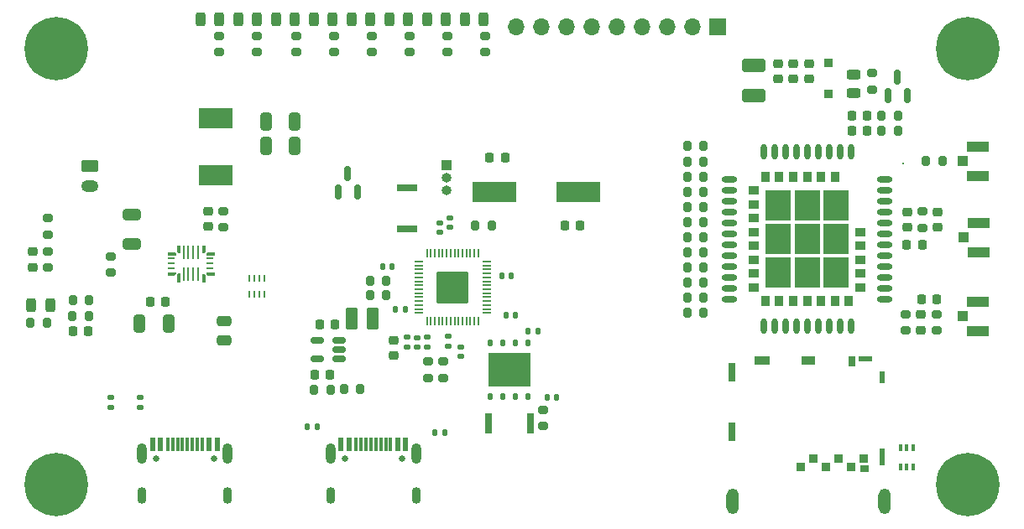
<source format=gbr>
%TF.GenerationSoftware,KiCad,Pcbnew,(6.0.2-0)*%
%TF.CreationDate,2022-03-30T00:09:39+02:00*%
%TF.ProjectId,RP2040GPSTracker,52503230-3430-4475-9053-547261636b65,rev?*%
%TF.SameCoordinates,PX4416780PY363af58*%
%TF.FileFunction,Soldermask,Top*%
%TF.FilePolarity,Negative*%
%FSLAX46Y46*%
G04 Gerber Fmt 4.6, Leading zero omitted, Abs format (unit mm)*
G04 Created by KiCad (PCBNEW (6.0.2-0)) date 2022-03-30 00:09:39*
%MOMM*%
%LPD*%
G01*
G04 APERTURE LIST*
G04 Aperture macros list*
%AMRoundRect*
0 Rectangle with rounded corners*
0 $1 Rounding radius*
0 $2 $3 $4 $5 $6 $7 $8 $9 X,Y pos of 4 corners*
0 Add a 4 corners polygon primitive as box body*
4,1,4,$2,$3,$4,$5,$6,$7,$8,$9,$2,$3,0*
0 Add four circle primitives for the rounded corners*
1,1,$1+$1,$2,$3*
1,1,$1+$1,$4,$5*
1,1,$1+$1,$6,$7*
1,1,$1+$1,$8,$9*
0 Add four rect primitives between the rounded corners*
20,1,$1+$1,$2,$3,$4,$5,0*
20,1,$1+$1,$4,$5,$6,$7,0*
20,1,$1+$1,$6,$7,$8,$9,0*
20,1,$1+$1,$8,$9,$2,$3,0*%
G04 Aperture macros list end*
%ADD10C,0.100000*%
%ADD11R,4.500000X2.000000*%
%ADD12C,0.650000*%
%ADD13R,0.600000X1.450000*%
%ADD14R,0.300000X1.450000*%
%ADD15O,0.900000X1.700000*%
%ADD16O,1.000000X2.100000*%
%ADD17RoundRect,0.250000X-0.325000X-0.650000X0.325000X-0.650000X0.325000X0.650000X-0.325000X0.650000X0*%
%ADD18RoundRect,0.150000X0.150000X-0.587500X0.150000X0.587500X-0.150000X0.587500X-0.150000X-0.587500X0*%
%ADD19RoundRect,0.200000X0.275000X-0.200000X0.275000X0.200000X-0.275000X0.200000X-0.275000X-0.200000X0*%
%ADD20RoundRect,0.225000X-0.225000X-0.250000X0.225000X-0.250000X0.225000X0.250000X-0.225000X0.250000X0*%
%ADD21RoundRect,0.200000X-0.200000X-0.275000X0.200000X-0.275000X0.200000X0.275000X-0.200000X0.275000X0*%
%ADD22RoundRect,0.225000X0.225000X0.250000X-0.225000X0.250000X-0.225000X-0.250000X0.225000X-0.250000X0*%
%ADD23R,0.127000X0.127000*%
%ADD24R,0.250000X1.400000*%
%ADD25R,0.700000X0.250000*%
%ADD26C,6.400000*%
%ADD27O,1.600000X0.600000*%
%ADD28O,0.600000X1.600000*%
%ADD29R,1.100000X0.900000*%
%ADD30R,0.900000X1.100000*%
%ADD31R,2.600000X3.100000*%
%ADD32RoundRect,0.250000X-0.650000X0.325000X-0.650000X-0.325000X0.650000X-0.325000X0.650000X0.325000X0*%
%ADD33RoundRect,0.135000X0.135000X0.185000X-0.135000X0.185000X-0.135000X-0.185000X0.135000X-0.185000X0*%
%ADD34RoundRect,0.200000X-0.275000X0.200000X-0.275000X-0.200000X0.275000X-0.200000X0.275000X0.200000X0*%
%ADD35RoundRect,0.250000X-0.375000X-0.850000X0.375000X-0.850000X0.375000X0.850000X-0.375000X0.850000X0*%
%ADD36RoundRect,0.200000X0.200000X0.275000X-0.200000X0.275000X-0.200000X-0.275000X0.200000X-0.275000X0*%
%ADD37R,1.041400X0.990600*%
%ADD38R,2.209800X1.041400*%
%ADD39RoundRect,0.225000X-0.250000X0.225000X-0.250000X-0.225000X0.250000X-0.225000X0.250000X0.225000X0*%
%ADD40RoundRect,0.243750X-0.243750X-0.456250X0.243750X-0.456250X0.243750X0.456250X-0.243750X0.456250X0*%
%ADD41RoundRect,0.250000X-0.625000X0.350000X-0.625000X-0.350000X0.625000X-0.350000X0.625000X0.350000X0*%
%ADD42O,1.750000X1.200000*%
%ADD43RoundRect,0.140000X-0.170000X0.140000X-0.170000X-0.140000X0.170000X-0.140000X0.170000X0.140000X0*%
%ADD44RoundRect,0.135000X-0.135000X-0.185000X0.135000X-0.185000X0.135000X0.185000X-0.135000X0.185000X0*%
%ADD45RoundRect,0.243750X0.243750X0.456250X-0.243750X0.456250X-0.243750X-0.456250X0.243750X-0.456250X0*%
%ADD46R,0.400000X0.650000*%
%ADD47RoundRect,0.050000X0.387500X0.050000X-0.387500X0.050000X-0.387500X-0.050000X0.387500X-0.050000X0*%
%ADD48RoundRect,0.050000X0.050000X0.387500X-0.050000X0.387500X-0.050000X-0.387500X0.050000X-0.387500X0*%
%ADD49RoundRect,0.144000X1.456000X1.456000X-1.456000X1.456000X-1.456000X-1.456000X1.456000X-1.456000X0*%
%ADD50R,3.400000X2.000000*%
%ADD51RoundRect,0.140000X0.170000X-0.140000X0.170000X0.140000X-0.170000X0.140000X-0.170000X-0.140000X0*%
%ADD52RoundRect,0.140000X-0.140000X-0.170000X0.140000X-0.170000X0.140000X0.170000X-0.140000X0.170000X0*%
%ADD53RoundRect,0.225000X0.250000X-0.225000X0.250000X0.225000X-0.250000X0.225000X-0.250000X-0.225000X0*%
%ADD54R,0.228600X0.711200*%
%ADD55R,1.000000X1.000000*%
%ADD56O,1.000000X1.000000*%
%ADD57RoundRect,0.218750X0.218750X0.256250X-0.218750X0.256250X-0.218750X-0.256250X0.218750X-0.256250X0*%
%ADD58R,0.203200X0.203200*%
%ADD59R,0.101600X0.635000*%
%ADD60RoundRect,0.140000X0.140000X0.170000X-0.140000X0.170000X-0.140000X-0.170000X0.140000X-0.170000X0*%
%ADD61R,0.838200X0.939800*%
%ADD62R,0.939800X0.787400*%
%ADD63O,1.270000X2.565400*%
%ADD64R,0.558800X1.651000*%
%ADD65R,0.558800X1.219200*%
%ADD66R,1.371600X0.609600*%
%ADD67R,0.736600X1.016000*%
%ADD68R,1.346200X0.965200*%
%ADD69R,1.574800X0.965200*%
%ADD70R,0.635000X1.955800*%
%ADD71RoundRect,0.243750X-0.456250X0.243750X-0.456250X-0.243750X0.456250X-0.243750X0.456250X0.243750X0*%
%ADD72RoundRect,0.250000X0.925000X-0.412500X0.925000X0.412500X-0.925000X0.412500X-0.925000X-0.412500X0*%
%ADD73R,0.950000X0.900000*%
%ADD74RoundRect,0.150000X0.512500X0.150000X-0.512500X0.150000X-0.512500X-0.150000X0.512500X-0.150000X0*%
%ADD75RoundRect,0.135000X-0.185000X0.135000X-0.185000X-0.135000X0.185000X-0.135000X0.185000X0.135000X0*%
%ADD76R,1.700000X1.700000*%
%ADD77O,1.700000X1.700000*%
%ADD78R,2.000000X0.800000*%
%ADD79RoundRect,0.250000X-0.475000X0.250000X-0.475000X-0.250000X0.475000X-0.250000X0.475000X0.250000X0*%
%ADD80R,0.800000X2.000000*%
%ADD81RoundRect,0.125000X-0.125000X0.250000X-0.125000X-0.250000X0.125000X-0.250000X0.125000X0.250000X0*%
%ADD82R,4.300000X3.400000*%
G04 APERTURE END LIST*
D10*
%TO.C,U6*%
X19497571Y26081644D02*
X19497571Y26331644D01*
X19497571Y26331644D02*
X18797571Y26331644D01*
X18797571Y26331644D02*
X18797571Y26181644D01*
X18797571Y26181644D02*
X18897571Y26081644D01*
X18897571Y26081644D02*
X19497571Y26081644D01*
G36*
X19497571Y26081644D02*
G01*
X18897571Y26081644D01*
X18797571Y26181644D01*
X18797571Y26331644D01*
X19497571Y26331644D01*
X19497571Y26081644D01*
G37*
X19497571Y26081644D02*
X18897571Y26081644D01*
X18797571Y26181644D01*
X18797571Y26331644D01*
X19497571Y26331644D01*
X19497571Y26081644D01*
X14897569Y26081644D02*
X14897569Y26331644D01*
X14897569Y26331644D02*
X15597569Y26331644D01*
X15597569Y26331644D02*
X15597569Y26181644D01*
X15597569Y26181644D02*
X15497569Y26081644D01*
X15497569Y26081644D02*
X14897569Y26081644D01*
G36*
X15597569Y26181644D02*
G01*
X15497569Y26081644D01*
X14897569Y26081644D01*
X14897569Y26331644D01*
X15597569Y26331644D01*
X15597569Y26181644D01*
G37*
X15597569Y26181644D02*
X15497569Y26081644D01*
X14897569Y26081644D01*
X14897569Y26331644D01*
X15597569Y26331644D01*
X15597569Y26181644D01*
X18572885Y25406896D02*
X18322885Y25406896D01*
X18322885Y25406896D02*
X18322885Y26106896D01*
X18322885Y26106896D02*
X18472885Y26106896D01*
X18472885Y26106896D02*
X18572885Y26006896D01*
X18572885Y26006896D02*
X18572885Y25406896D01*
G36*
X18572885Y26006896D02*
G01*
X18572885Y25406896D01*
X18322885Y25406896D01*
X18322885Y26106896D01*
X18472885Y26106896D01*
X18572885Y26006896D01*
G37*
X18572885Y26006896D02*
X18572885Y25406896D01*
X18322885Y25406896D01*
X18322885Y26106896D01*
X18472885Y26106896D01*
X18572885Y26006896D01*
X15822255Y25406896D02*
X16072255Y25406896D01*
X16072255Y25406896D02*
X16072255Y26206896D01*
X16072255Y26206896D02*
X15922255Y26206896D01*
X15922255Y26206896D02*
X15822255Y26006896D01*
X15822255Y26006896D02*
X15822255Y25406896D01*
G36*
X16072255Y25406896D02*
G01*
X15822255Y25406896D01*
X15822255Y26006896D01*
X15922255Y26206896D01*
X16072255Y26206896D01*
X16072255Y25406896D01*
G37*
X16072255Y25406896D02*
X15822255Y25406896D01*
X15822255Y26006896D01*
X15922255Y26206896D01*
X16072255Y26206896D01*
X16072255Y25406896D01*
X19497571Y28332148D02*
X19497571Y28082148D01*
X19497571Y28082148D02*
X18797571Y28082148D01*
X18797571Y28082148D02*
X18797571Y28232148D01*
X18797571Y28232148D02*
X18897571Y28332148D01*
X18897571Y28332148D02*
X19497571Y28332148D01*
G36*
X19497571Y28082148D02*
G01*
X18797571Y28082148D01*
X18797571Y28232148D01*
X18897571Y28332148D01*
X19497571Y28332148D01*
X19497571Y28082148D01*
G37*
X19497571Y28082148D02*
X18797571Y28082148D01*
X18797571Y28232148D01*
X18897571Y28332148D01*
X19497571Y28332148D01*
X19497571Y28082148D01*
X18572885Y29006896D02*
X18322885Y29006896D01*
X18322885Y29006896D02*
X18322885Y28306896D01*
X18322885Y28306896D02*
X18472885Y28306896D01*
X18472885Y28306896D02*
X18572885Y28406896D01*
X18572885Y28406896D02*
X18572885Y29006896D01*
G36*
X18572885Y28406896D02*
G01*
X18472885Y28306896D01*
X18322885Y28306896D01*
X18322885Y29006896D01*
X18572885Y29006896D01*
X18572885Y28406896D01*
G37*
X18572885Y28406896D02*
X18472885Y28306896D01*
X18322885Y28306896D01*
X18322885Y29006896D01*
X18572885Y29006896D01*
X18572885Y28406896D01*
X15822255Y29006896D02*
X16072255Y29006896D01*
X16072255Y29006896D02*
X16072255Y28306896D01*
X16072255Y28306896D02*
X15922255Y28306896D01*
X15922255Y28306896D02*
X15822255Y28406896D01*
X15822255Y28406896D02*
X15822255Y29006896D01*
G36*
X16072255Y28306896D02*
G01*
X15922255Y28306896D01*
X15822255Y28406896D01*
X15822255Y29006896D01*
X16072255Y29006896D01*
X16072255Y28306896D01*
G37*
X16072255Y28306896D02*
X15922255Y28306896D01*
X15822255Y28406896D01*
X15822255Y29006896D01*
X16072255Y29006896D01*
X16072255Y28306896D01*
X14897569Y28332148D02*
X14897569Y28082148D01*
X14897569Y28082148D02*
X15597569Y28082148D01*
X15597569Y28082148D02*
X15597569Y28232148D01*
X15597569Y28232148D02*
X15497569Y28332148D01*
X15497569Y28332148D02*
X14897569Y28332148D01*
G36*
X15597569Y28232148D02*
G01*
X15597569Y28082148D01*
X14897569Y28082148D01*
X14897569Y28332148D01*
X15497569Y28332148D01*
X15597569Y28232148D01*
G37*
X15597569Y28232148D02*
X15597569Y28082148D01*
X14897569Y28082148D01*
X14897569Y28332148D01*
X15497569Y28332148D01*
X15597569Y28232148D01*
%TD*%
D11*
%TO.C,Y1*%
X56290000Y34455000D03*
X47790000Y34455000D03*
%TD*%
D12*
%TO.C,J7*%
X32714800Y7464600D03*
X38494800Y7464600D03*
D13*
X32354800Y8909600D03*
X33154800Y8909600D03*
D14*
X34354800Y8909600D03*
X35354800Y8909600D03*
X35854800Y8909600D03*
X36854800Y8909600D03*
D13*
X38054800Y8909600D03*
X38854800Y8909600D03*
X38854800Y8909600D03*
X38054800Y8909600D03*
D14*
X37354800Y8909600D03*
X36354800Y8909600D03*
X34854800Y8909600D03*
X33854800Y8909600D03*
D13*
X33154800Y8909600D03*
X32354800Y8909600D03*
D15*
X31279800Y3814600D03*
D16*
X39929800Y7994600D03*
X31279800Y7994600D03*
D15*
X39929800Y3814600D03*
%TD*%
D17*
%TO.C,C46*%
X24751100Y39084600D03*
X27701100Y39084600D03*
%TD*%
D18*
%TO.C,Q1*%
X32085000Y34427500D03*
X33985000Y34427500D03*
X33035000Y36302500D03*
%TD*%
D19*
%TO.C,R38*%
X2740000Y30137500D03*
X2740000Y31787500D03*
%TD*%
D20*
%TO.C,C24*%
X90915000Y23590000D03*
X92465000Y23590000D03*
%TD*%
D21*
%TO.C,R32*%
X91365000Y37530000D03*
X93015000Y37530000D03*
%TD*%
D22*
%TO.C,C35*%
X31755000Y21070000D03*
X30205000Y21070000D03*
%TD*%
D23*
%TO.C,U6*%
X15947255Y25806896D03*
D24*
X16447381Y26106896D03*
X16947507Y26106896D03*
X17447633Y26106896D03*
X17947759Y26106896D03*
D23*
X18447885Y25756896D03*
X19147571Y26206644D03*
D25*
X19147571Y26706770D03*
X19147571Y27206896D03*
X19147571Y27707022D03*
D23*
X19147571Y28207148D03*
X18447885Y28656896D03*
D24*
X17947759Y28306896D03*
X17447633Y28306896D03*
X16947507Y28306896D03*
X16447381Y28306896D03*
D23*
X15947255Y28656896D03*
X15247569Y28207148D03*
D25*
X15247569Y27707022D03*
X15247569Y27206896D03*
X15247569Y26706770D03*
D23*
X15247569Y26206644D03*
%TD*%
D26*
%TO.C,H4*%
X3604800Y4864600D03*
%TD*%
D27*
%TO.C,U2*%
X71504000Y35731200D03*
X71504000Y34631200D03*
X71504000Y33531200D03*
X71504000Y32431200D03*
X71504000Y31331200D03*
X71504000Y30231200D03*
X71504000Y29131200D03*
X71504000Y28031200D03*
X71504000Y26931200D03*
X71504000Y25831200D03*
X71504000Y24731200D03*
X71504000Y23631200D03*
D28*
X74954000Y20881200D03*
X76054000Y20881200D03*
X77154000Y20881200D03*
X78254000Y20881200D03*
X79354000Y20881200D03*
X80454000Y20881200D03*
X81554000Y20881200D03*
X82654000Y20881200D03*
X83754000Y20881200D03*
D27*
X87204000Y23631200D03*
X87204000Y24731200D03*
X87204000Y25831200D03*
X87204000Y26931200D03*
X87204000Y28031200D03*
X87204000Y29131200D03*
X87204000Y30231200D03*
X87204000Y31331200D03*
X87204000Y32431200D03*
X87204000Y33531200D03*
X87204000Y34631200D03*
X87204000Y35731200D03*
D28*
X83754000Y38481200D03*
X82654000Y38481200D03*
X81554000Y38481200D03*
X80454000Y38481200D03*
X79354000Y38481200D03*
X78254000Y38481200D03*
X77154000Y38481200D03*
X76054000Y38481200D03*
X74954000Y38481200D03*
D29*
X74004000Y34581200D03*
X74004000Y33181200D03*
X74004000Y31781200D03*
X74004000Y30381200D03*
X74004000Y28981200D03*
X74004000Y27581200D03*
X74004000Y26181200D03*
X74004000Y24781200D03*
D30*
X75154000Y23381200D03*
X76554000Y23381200D03*
X77954000Y23381200D03*
X79354000Y23381200D03*
X80754000Y23381200D03*
X82154000Y23381200D03*
X83554000Y23381200D03*
D29*
X84704000Y24781200D03*
X84704000Y26181200D03*
X84704000Y27581200D03*
X84704000Y28981200D03*
X84704000Y30381200D03*
D30*
X82154000Y35981200D03*
X80754000Y35981200D03*
X79354000Y35981200D03*
X77954000Y35981200D03*
X76554000Y35981200D03*
X75154000Y35981200D03*
D31*
X76454000Y33081200D03*
X76454000Y29681200D03*
X76454000Y26281200D03*
X79354000Y26281200D03*
X82254000Y26281200D03*
X82254000Y29681200D03*
X82254000Y33081200D03*
X79354000Y33081200D03*
X79354000Y29681200D03*
%TD*%
D32*
%TO.C,C34*%
X11250000Y32130000D03*
X11250000Y29180000D03*
%TD*%
D33*
%TO.C,R39*%
X42825000Y10150000D03*
X41805000Y10150000D03*
%TD*%
D34*
%TO.C,R30*%
X31665000Y50200000D03*
X31665000Y48550000D03*
%TD*%
D35*
%TO.C,L1*%
X33420000Y21660000D03*
X35570000Y21660000D03*
%TD*%
D36*
%TO.C,R16*%
X68910000Y25310000D03*
X67260000Y25310000D03*
%TD*%
%TO.C,R28*%
X2665000Y21240000D03*
X1015000Y21240000D03*
%TD*%
D21*
%TO.C,R47*%
X86865000Y40580000D03*
X88515000Y40580000D03*
%TD*%
D19*
%TO.C,R48*%
X85950000Y44765000D03*
X85950000Y46415000D03*
%TD*%
D26*
%TO.C,H3*%
X95604800Y4864600D03*
%TD*%
D37*
%TO.C,J4*%
X95085600Y21883200D03*
D38*
X96610601Y20408199D03*
X96610601Y23358201D03*
%TD*%
D39*
%TO.C,C23*%
X89460000Y32407500D03*
X89460000Y30857500D03*
%TD*%
D36*
%TO.C,R7*%
X68910000Y28355000D03*
X67260000Y28355000D03*
%TD*%
D21*
%TO.C,R19*%
X35280000Y23975000D03*
X36930000Y23975000D03*
%TD*%
D40*
%TO.C,D4*%
X33402500Y51860000D03*
X35277500Y51860000D03*
%TD*%
D22*
%TO.C,C19*%
X54915000Y31055000D03*
X56465000Y31055000D03*
%TD*%
D41*
%TO.C,J9*%
X6995000Y37030000D03*
D42*
X6995000Y35030000D03*
%TD*%
D43*
%TO.C,C8*%
X44385000Y18795000D03*
X44385000Y17835000D03*
%TD*%
D44*
%TO.C,R36*%
X28970000Y10720000D03*
X29990000Y10720000D03*
%TD*%
D45*
%TO.C,D2*%
X2992500Y23000000D03*
X1117500Y23000000D03*
%TD*%
D34*
%TO.C,R43*%
X43060000Y50180000D03*
X43060000Y48530000D03*
%TD*%
D21*
%TO.C,R18*%
X35280000Y25485000D03*
X36930000Y25485000D03*
%TD*%
D20*
%TO.C,C20*%
X47340000Y37905000D03*
X48890000Y37905000D03*
%TD*%
D43*
%TO.C,C11*%
X41010000Y19760000D03*
X41010000Y18800000D03*
%TD*%
D34*
%TO.C,R22*%
X39265000Y50180000D03*
X39265000Y48530000D03*
%TD*%
D36*
%TO.C,R8*%
X68915000Y34450000D03*
X67265000Y34450000D03*
%TD*%
D19*
%TO.C,R20*%
X92440000Y20425000D03*
X92440000Y22075000D03*
%TD*%
D34*
%TO.C,R45*%
X20055000Y50200000D03*
X20055000Y48550000D03*
%TD*%
%TO.C,R5*%
X52740000Y12425000D03*
X52740000Y10775000D03*
%TD*%
%TO.C,R21*%
X90980000Y32465000D03*
X90980000Y30815000D03*
%TD*%
D46*
%TO.C,CR1*%
X90075000Y8565000D03*
X89425000Y8565000D03*
X88775000Y8565000D03*
X88775000Y6665000D03*
X89425000Y6665000D03*
X90075000Y6665000D03*
%TD*%
D40*
%TO.C,D7*%
X44833300Y51855000D03*
X46708300Y51855000D03*
%TD*%
D47*
%TO.C,U3*%
X47036500Y22202600D03*
X47036500Y22602600D03*
X47036500Y23002600D03*
X47036500Y23402600D03*
X47036500Y23802600D03*
X47036500Y24202600D03*
X47036500Y24602600D03*
X47036500Y25002600D03*
X47036500Y25402600D03*
X47036500Y25802600D03*
X47036500Y26202600D03*
X47036500Y26602600D03*
X47036500Y27002600D03*
X47036500Y27402600D03*
D48*
X46199000Y28240100D03*
X45799000Y28240100D03*
X45399000Y28240100D03*
X44999000Y28240100D03*
X44599000Y28240100D03*
X44199000Y28240100D03*
X43799000Y28240100D03*
X43399000Y28240100D03*
X42999000Y28240100D03*
X42599000Y28240100D03*
X42199000Y28240100D03*
X41799000Y28240100D03*
X41399000Y28240100D03*
X40999000Y28240100D03*
D47*
X40161500Y27402600D03*
X40161500Y27002600D03*
X40161500Y26602600D03*
X40161500Y26202600D03*
X40161500Y25802600D03*
X40161500Y25402600D03*
X40161500Y25002600D03*
X40161500Y24602600D03*
X40161500Y24202600D03*
X40161500Y23802600D03*
X40161500Y23402600D03*
X40161500Y23002600D03*
X40161500Y22602600D03*
X40161500Y22202600D03*
D48*
X40999000Y21365100D03*
X41399000Y21365100D03*
X41799000Y21365100D03*
X42199000Y21365100D03*
X42599000Y21365100D03*
X42999000Y21365100D03*
X43399000Y21365100D03*
X43799000Y21365100D03*
X44199000Y21365100D03*
X44599000Y21365100D03*
X44999000Y21365100D03*
X45399000Y21365100D03*
X45799000Y21365100D03*
X46199000Y21365100D03*
D49*
X43599000Y24802600D03*
%TD*%
D26*
%TO.C,H2*%
X95604800Y48864600D03*
%TD*%
D50*
%TO.C,L2*%
X19714600Y41858400D03*
X19714600Y36158400D03*
%TD*%
D51*
%TO.C,C6*%
X38980000Y18780000D03*
X38980000Y19740000D03*
%TD*%
D36*
%TO.C,R51*%
X31270000Y14480000D03*
X29620000Y14480000D03*
%TD*%
D22*
%TO.C,C25*%
X31235000Y16005000D03*
X29685000Y16005000D03*
%TD*%
D34*
%TO.C,R23*%
X35465000Y50200000D03*
X35465000Y48550000D03*
%TD*%
D52*
%TO.C,C12*%
X53110000Y13645000D03*
X54070000Y13645000D03*
%TD*%
D53*
%TO.C,C45*%
X1210000Y26830000D03*
X1210000Y28380000D03*
%TD*%
D54*
%TO.C,U10*%
X23094811Y24094900D03*
X23594937Y24094900D03*
X24095063Y24094900D03*
X24595189Y24094900D03*
X24595189Y25695100D03*
X24095063Y25695100D03*
X23594937Y25695100D03*
X23094811Y25695100D03*
%TD*%
D19*
%TO.C,R34*%
X2740000Y26767500D03*
X2740000Y28417500D03*
%TD*%
D43*
%TO.C,C5*%
X43325000Y31825000D03*
X43325000Y30865000D03*
%TD*%
D36*
%TO.C,R4*%
X68910000Y23790000D03*
X67260000Y23790000D03*
%TD*%
D55*
%TO.C,J3*%
X42945000Y37130000D03*
D56*
X42945000Y35860000D03*
X42945000Y34590000D03*
%TD*%
D17*
%TO.C,C38*%
X24751100Y41523000D03*
X27701100Y41523000D03*
%TD*%
D36*
%TO.C,R12*%
X68925000Y39050000D03*
X67275000Y39050000D03*
%TD*%
D40*
%TO.C,D9*%
X21972500Y51860000D03*
X23847500Y51860000D03*
%TD*%
D51*
%TO.C,C1*%
X43195000Y18875000D03*
X43195000Y19835000D03*
%TD*%
D34*
%TO.C,R31*%
X27835000Y50200000D03*
X27835000Y48550000D03*
%TD*%
D52*
%TO.C,C7*%
X37860000Y22615000D03*
X38820000Y22615000D03*
%TD*%
D19*
%TO.C,R37*%
X9130000Y26292500D03*
X9130000Y27942500D03*
%TD*%
D57*
%TO.C,D1*%
X90952500Y29080000D03*
X89377500Y29080000D03*
%TD*%
D40*
%TO.C,D5*%
X29592500Y51860000D03*
X31467500Y51860000D03*
%TD*%
D34*
%TO.C,R13*%
X89340000Y22075000D03*
X89340000Y20425000D03*
%TD*%
D52*
%TO.C,C3*%
X36515000Y26855000D03*
X37475000Y26855000D03*
%TD*%
D18*
%TO.C,Q2*%
X87545000Y44192500D03*
X89445000Y44192500D03*
X88495000Y46067500D03*
%TD*%
D58*
%TO.C,U8*%
X89036100Y37340000D03*
D59*
X89436100Y36861400D03*
X89836100Y36861400D03*
X89836100Y37818600D03*
X89436100Y37818600D03*
%TD*%
D60*
%TO.C,C4*%
X49515000Y25995000D03*
X48555000Y25995000D03*
%TD*%
D21*
%TO.C,R29*%
X5265000Y21920000D03*
X6915000Y21920000D03*
%TD*%
D22*
%TO.C,C36*%
X6865000Y20360000D03*
X5315000Y20360000D03*
%TD*%
D61*
%TO.C,J8*%
X83804999Y6659499D03*
X81264999Y6659499D03*
X78724999Y6659499D03*
X85074999Y7509500D03*
X82534999Y7509500D03*
X79994999Y7509500D03*
D62*
X85124999Y6479499D03*
D63*
X87215000Y3159500D03*
D64*
X86965001Y7659499D03*
D65*
X86965001Y15744499D03*
D66*
X85230000Y17564500D03*
D67*
X83914999Y17349500D03*
D68*
X79465102Y17384499D03*
D69*
X74830001Y17384500D03*
D70*
X71815000Y16209500D03*
X71765000Y10239500D03*
D63*
X71865000Y3159500D03*
%TD*%
D22*
%TO.C,C18*%
X85445000Y42140000D03*
X83895000Y42140000D03*
%TD*%
D36*
%TO.C,R15*%
X68915000Y32920000D03*
X67265000Y32920000D03*
%TD*%
D40*
%TO.C,D8*%
X41023000Y51855000D03*
X42898000Y51855000D03*
%TD*%
D71*
%TO.C,D11*%
X84075000Y46307500D03*
X84075000Y44432500D03*
%TD*%
D36*
%TO.C,R9*%
X68925000Y35985000D03*
X67275000Y35985000D03*
%TD*%
D39*
%TO.C,C22*%
X90860000Y22025000D03*
X90860000Y20475000D03*
%TD*%
%TO.C,C37*%
X37670000Y19450000D03*
X37670000Y17900000D03*
%TD*%
D36*
%TO.C,R46*%
X88520000Y42145000D03*
X86870000Y42145000D03*
%TD*%
D26*
%TO.C,H1*%
X3604800Y48864600D03*
%TD*%
D72*
%TO.C,C13*%
X73955000Y44150000D03*
X73955000Y47225000D03*
%TD*%
D19*
%TO.C,R1*%
X42620000Y15645000D03*
X42620000Y17295000D03*
%TD*%
D73*
%TO.C,Z1*%
X81512800Y47492200D03*
X81512800Y44342200D03*
%TD*%
D60*
%TO.C,C2*%
X49925000Y21975000D03*
X48965000Y21975000D03*
%TD*%
D74*
%TO.C,U4*%
X32182500Y17560000D03*
X32182500Y18510000D03*
X32182500Y19460000D03*
X29907500Y19460000D03*
X29907500Y17560000D03*
%TD*%
D53*
%TO.C,C16*%
X79560000Y45853400D03*
X79560000Y47403400D03*
%TD*%
D36*
%TO.C,R6*%
X68910000Y26830000D03*
X67260000Y26830000D03*
%TD*%
%TO.C,R3*%
X68910000Y22270000D03*
X67260000Y22270000D03*
%TD*%
%TO.C,R11*%
X68925000Y37515000D03*
X67275000Y37515000D03*
%TD*%
D34*
%TO.C,R44*%
X23860000Y50200000D03*
X23860000Y48550000D03*
%TD*%
D53*
%TO.C,C21*%
X92520000Y30857500D03*
X92520000Y32407500D03*
%TD*%
D19*
%TO.C,R35*%
X20502000Y30865000D03*
X20502000Y32515000D03*
%TD*%
D37*
%TO.C,J10*%
X95085600Y37520000D03*
D38*
X96610601Y36044999D03*
X96610601Y38995001D03*
%TD*%
D40*
%TO.C,D10*%
X18162500Y51860000D03*
X20037500Y51860000D03*
%TD*%
D20*
%TO.C,C32*%
X13065000Y23320000D03*
X14615000Y23320000D03*
%TD*%
D12*
%TO.C,J6*%
X13714800Y7464600D03*
X19494800Y7464600D03*
D13*
X13354800Y8909600D03*
X14154800Y8909600D03*
D14*
X15354800Y8909600D03*
X16354800Y8909600D03*
X16854800Y8909600D03*
X17854800Y8909600D03*
D13*
X19054800Y8909600D03*
X19854800Y8909600D03*
X19854800Y8909600D03*
X19054800Y8909600D03*
D14*
X18354800Y8909600D03*
X17354800Y8909600D03*
X15854800Y8909600D03*
X14854800Y8909600D03*
D13*
X14154800Y8909600D03*
X13354800Y8909600D03*
D16*
X20929800Y7994600D03*
D15*
X12279800Y3814600D03*
X20929800Y3814600D03*
D16*
X12279800Y7994600D03*
%TD*%
D51*
%TO.C,C9*%
X42275000Y30330000D03*
X42275000Y31290000D03*
%TD*%
%TO.C,C10*%
X40010000Y18770000D03*
X40010000Y19730000D03*
%TD*%
D36*
%TO.C,R33*%
X6925000Y23500000D03*
X5275000Y23500000D03*
%TD*%
D75*
%TO.C,R41*%
X12105000Y13670000D03*
X12105000Y12650000D03*
%TD*%
D17*
%TO.C,C31*%
X11970000Y21165000D03*
X14920000Y21165000D03*
%TD*%
D34*
%TO.C,R42*%
X46870000Y50180000D03*
X46870000Y48530000D03*
%TD*%
D40*
%TO.C,D3*%
X37212500Y51850000D03*
X39087500Y51850000D03*
%TD*%
D21*
%TO.C,R17*%
X45890000Y31040000D03*
X47540000Y31040000D03*
%TD*%
D76*
%TO.C,J11*%
X70300000Y51105000D03*
D77*
X67760000Y51105000D03*
X65220000Y51105000D03*
X62680000Y51105000D03*
X60140000Y51105000D03*
X57600000Y51105000D03*
X55060000Y51105000D03*
X52520000Y51105000D03*
X49980000Y51105000D03*
%TD*%
D33*
%TO.C,R49*%
X52215000Y20345000D03*
X51195000Y20345000D03*
%TD*%
D36*
%TO.C,R50*%
X34300000Y14490000D03*
X32650000Y14490000D03*
%TD*%
D20*
%TO.C,C17*%
X83885000Y40590000D03*
X85435000Y40590000D03*
%TD*%
D37*
%TO.C,J5*%
X95105600Y29830000D03*
D38*
X96630601Y28354999D03*
X96630601Y31305001D03*
%TD*%
D75*
%TO.C,R40*%
X9160000Y13680000D03*
X9160000Y12660000D03*
%TD*%
D78*
%TO.C,J2*%
X39035000Y30675000D03*
X39035000Y34875000D03*
%TD*%
D53*
%TO.C,C14*%
X76432800Y45853400D03*
X76432800Y47403400D03*
%TD*%
D36*
%TO.C,R14*%
X68915000Y29875000D03*
X67265000Y29875000D03*
%TD*%
D79*
%TO.C,C33*%
X20525000Y21355000D03*
X20525000Y19455000D03*
%TD*%
D53*
%TO.C,C15*%
X77956800Y45853400D03*
X77956800Y47403400D03*
%TD*%
D19*
%TO.C,R2*%
X41100000Y15645000D03*
X41100000Y17295000D03*
%TD*%
D80*
%TO.C,J1*%
X51420000Y11050000D03*
X47220000Y11050000D03*
%TD*%
D36*
%TO.C,R10*%
X68915000Y31400000D03*
X67265000Y31400000D03*
%TD*%
D39*
%TO.C,C44*%
X18978000Y32468200D03*
X18978000Y30918200D03*
%TD*%
D40*
%TO.C,D6*%
X25782500Y51860000D03*
X27657500Y51860000D03*
%TD*%
D81*
%TO.C,U1*%
X51200000Y19185000D03*
X49930000Y19185000D03*
X48660000Y19185000D03*
X47390000Y19185000D03*
X47390000Y13785000D03*
X48660000Y13785000D03*
X49930000Y13785000D03*
X51200000Y13785000D03*
D82*
X49295000Y16485000D03*
%TD*%
M02*

</source>
